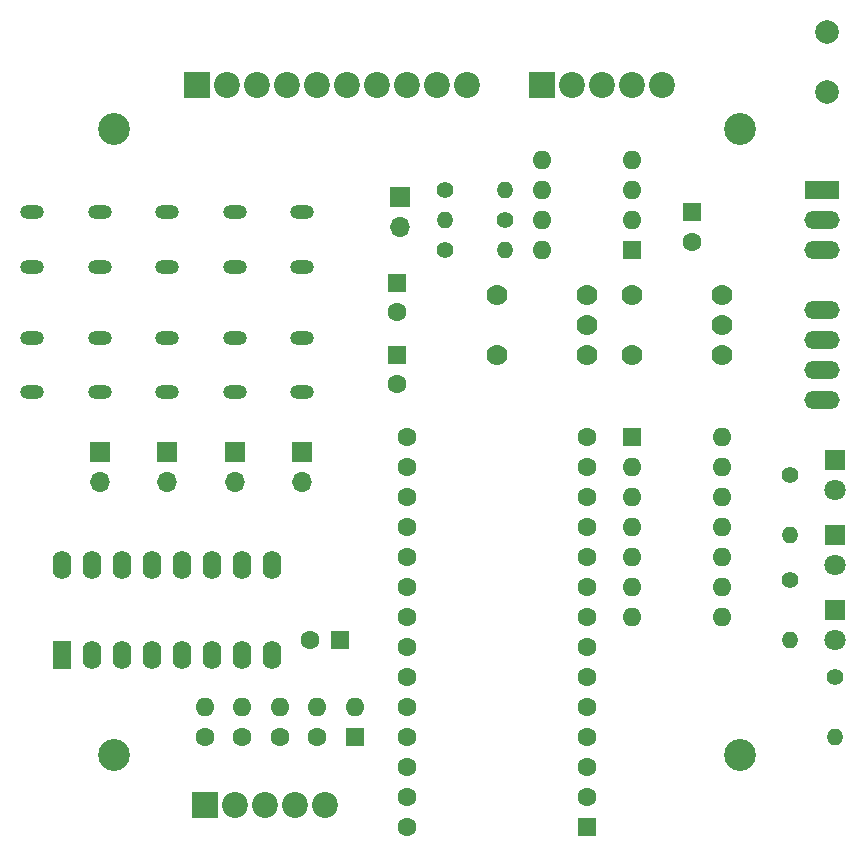
<source format=gts>
G04 #@! TF.GenerationSoftware,KiCad,Pcbnew,5.1.5-1.fc31*
G04 #@! TF.CreationDate,2020-09-15T14:47:54+01:00*
G04 #@! TF.ProjectId,modctl-v1.0,6d6f6463-746c-42d7-9631-2e302e6b6963,rev?*
G04 #@! TF.SameCoordinates,Original*
G04 #@! TF.FileFunction,Soldermask,Top*
G04 #@! TF.FilePolarity,Negative*
%FSLAX46Y46*%
G04 Gerber Fmt 4.6, Leading zero omitted, Abs format (unit mm)*
G04 Created by KiCad (PCBNEW 5.1.5-1.fc31) date 2020-09-15 14:47:54*
%MOMM*%
%LPD*%
G04 APERTURE LIST*
%ADD10O,1.700000X1.700000*%
%ADD11R,1.700000X1.700000*%
%ADD12C,2.200000*%
%ADD13R,2.200000X2.200000*%
%ADD14O,1.400000X1.400000*%
%ADD15C,1.400000*%
%ADD16O,1.600000X1.600000*%
%ADD17R,1.600000X1.600000*%
%ADD18O,2.000000X1.200000*%
%ADD19C,1.600000*%
%ADD20O,3.000000X1.500000*%
%ADD21R,3.000000X1.500000*%
%ADD22C,1.800000*%
%ADD23R,1.800000X1.800000*%
%ADD24C,2.700000*%
%ADD25O,1.600000X2.400000*%
%ADD26R,1.600000X2.400000*%
%ADD27C,1.778000*%
%ADD28C,2.000000*%
G04 APERTURE END LIST*
D10*
X15240000Y-34290000D03*
D11*
X15240000Y-31750000D03*
D12*
X37465000Y-22225000D03*
X34925000Y-22225000D03*
X32385000Y-22225000D03*
X29845000Y-22225000D03*
D13*
X27305000Y-22225000D03*
D10*
X-10160000Y-55880000D03*
D11*
X-10160000Y-53340000D03*
D10*
X1270000Y-55880000D03*
D11*
X1270000Y-53340000D03*
D10*
X-4445000Y-55880000D03*
D11*
X-4445000Y-53340000D03*
D10*
X6985000Y-55880000D03*
D11*
X6985000Y-53340000D03*
D14*
X24130000Y-36195000D03*
D15*
X19050000Y-36195000D03*
D16*
X42545000Y-52070000D03*
X34925000Y-67310000D03*
X42545000Y-54610000D03*
X34925000Y-64770000D03*
X42545000Y-57150000D03*
X34925000Y-62230000D03*
X42545000Y-59690000D03*
X34925000Y-59690000D03*
X42545000Y-62230000D03*
X34925000Y-57150000D03*
X42545000Y-64770000D03*
X34925000Y-54610000D03*
X42545000Y-67310000D03*
D17*
X34925000Y-52070000D03*
D16*
X11430000Y-74930000D03*
D17*
X11430000Y-77470000D03*
D18*
X6985000Y-48260000D03*
X6985000Y-43640000D03*
X6985000Y-37640000D03*
X6985000Y-33020000D03*
X1270000Y-48260000D03*
X1270000Y-43640000D03*
X1270000Y-37640000D03*
X1270000Y-33020000D03*
X-4445000Y-48260000D03*
X-4445000Y-43640000D03*
X-4445000Y-37640000D03*
X-4445000Y-33020000D03*
X-10160000Y-48260000D03*
X-10160000Y-43640000D03*
X-10160000Y-37640000D03*
X-10160000Y-33020000D03*
X-15875000Y-48260000D03*
X-15875000Y-43640000D03*
X-15875000Y-37640000D03*
X-15875000Y-33020000D03*
D17*
X31115000Y-85090000D03*
D19*
X31115000Y-82550000D03*
X31115000Y-80010000D03*
X31115000Y-77470000D03*
X31115000Y-74930000D03*
X31115000Y-72390000D03*
X31115000Y-69850000D03*
X31115000Y-67310000D03*
X31115000Y-64770000D03*
X31115000Y-62230000D03*
X31115000Y-59690000D03*
X31115000Y-57150000D03*
X31115000Y-54610000D03*
X15875000Y-85090000D03*
X15875000Y-82550000D03*
X15875000Y-80010000D03*
X15875000Y-77470000D03*
X15875000Y-74930000D03*
X15875000Y-72390000D03*
X15875000Y-69850000D03*
X15875000Y-67310000D03*
X15875000Y-64770000D03*
X15875000Y-62230000D03*
X15875000Y-59690000D03*
X15875000Y-57150000D03*
X15875000Y-54610000D03*
X31115000Y-52070000D03*
X15875000Y-52070000D03*
D20*
X51000000Y-48895000D03*
X51000000Y-46355000D03*
X51000000Y-36195000D03*
X51000000Y-43815000D03*
X51000000Y-41275000D03*
X51000000Y-33655000D03*
D21*
X51000000Y-31115000D03*
D14*
X48260000Y-69215000D03*
D15*
X48260000Y-64135000D03*
D14*
X48260000Y-60325000D03*
D15*
X48260000Y-55245000D03*
D22*
X52070000Y-62865000D03*
D23*
X52070000Y-60325000D03*
D22*
X52070000Y-56515000D03*
D23*
X52070000Y-53975000D03*
D14*
X52070000Y-77470000D03*
D15*
X52070000Y-72390000D03*
D22*
X52070000Y-69215000D03*
D23*
X52070000Y-66675000D03*
D12*
X20955000Y-22225000D03*
X18415000Y-22225000D03*
X15875000Y-22225000D03*
X13335000Y-22225000D03*
X10795000Y-22225000D03*
X8255000Y-22225000D03*
X5715000Y-22225000D03*
X3175000Y-22225000D03*
X635000Y-22225000D03*
D13*
X-1905000Y-22225000D03*
D24*
X44000000Y-79000000D03*
X-9000000Y-79000000D03*
X44000000Y-26000000D03*
X-9000000Y-26000000D03*
D16*
X27305000Y-36195000D03*
X34925000Y-28575000D03*
X27305000Y-33655000D03*
X34925000Y-31115000D03*
X27305000Y-31115000D03*
X34925000Y-33655000D03*
X27305000Y-28575000D03*
D17*
X34925000Y-36195000D03*
D25*
X-13335000Y-62880000D03*
X4445000Y-70500000D03*
X-10795000Y-62880000D03*
X1905000Y-70500000D03*
X-8255000Y-62880000D03*
X-635000Y-70500000D03*
X-5715000Y-62880000D03*
X-3175000Y-70500000D03*
X-3175000Y-62880000D03*
X-5715000Y-70500000D03*
X-635000Y-62880000D03*
X-8255000Y-70500000D03*
X1905000Y-62880000D03*
X-10795000Y-70500000D03*
X4445000Y-62880000D03*
D26*
X-13335000Y-70500000D03*
D27*
X42545000Y-45085000D03*
X42545000Y-42545000D03*
X42545000Y-40005000D03*
X34925000Y-40005000D03*
X34925000Y-45085000D03*
X31115000Y-45085000D03*
X31115000Y-42545000D03*
X31115000Y-40005000D03*
X23495000Y-40005000D03*
X23495000Y-45085000D03*
D14*
X24130000Y-31115000D03*
D15*
X19050000Y-31115000D03*
D14*
X19050000Y-33655000D03*
D15*
X24130000Y-33655000D03*
D16*
X8255000Y-74930000D03*
D19*
X8255000Y-77470000D03*
D16*
X5080000Y-74930000D03*
D19*
X5080000Y-77470000D03*
D16*
X1905000Y-74930000D03*
D19*
X1905000Y-77470000D03*
D16*
X-1270000Y-74930000D03*
D19*
X-1270000Y-77470000D03*
D12*
X8890000Y-83185000D03*
X6350000Y-83185000D03*
X3810000Y-83185000D03*
X1270000Y-83185000D03*
D13*
X-1270000Y-83185000D03*
D28*
X51425000Y-22860000D03*
X51435000Y-17780000D03*
D19*
X15000000Y-41500000D03*
D17*
X15000000Y-39000000D03*
D19*
X15000000Y-47585000D03*
D17*
X15000000Y-45085000D03*
D19*
X40005000Y-35520000D03*
D17*
X40005000Y-33020000D03*
D19*
X7660000Y-69215000D03*
D17*
X10160000Y-69215000D03*
M02*

</source>
